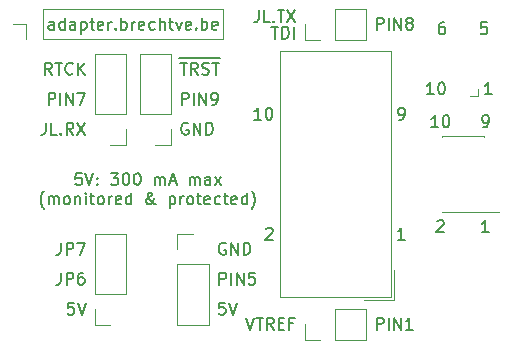
<source format=gto>
G04 #@! TF.GenerationSoftware,KiCad,Pcbnew,5.1.5-52549c5~84~ubuntu19.04.1*
G04 #@! TF.CreationDate,2019-12-10T10:59:35+01:00*
G04 #@! TF.ProjectId,jlink-tagConnect-adapter-v2,6a6c696e-6b2d-4746-9167-436f6e6e6563,rev?*
G04 #@! TF.SameCoordinates,Original*
G04 #@! TF.FileFunction,Legend,Top*
G04 #@! TF.FilePolarity,Positive*
%FSLAX46Y46*%
G04 Gerber Fmt 4.6, Leading zero omitted, Abs format (unit mm)*
G04 Created by KiCad (PCBNEW 5.1.5-52549c5~84~ubuntu19.04.1) date 2019-12-10 10:59:35*
%MOMM*%
%LPD*%
G04 APERTURE LIST*
%ADD10C,0.150000*%
%ADD11C,0.120000*%
G04 APERTURE END LIST*
D10*
X134524714Y-99893380D02*
X133953285Y-99893380D01*
X134239000Y-99893380D02*
X134239000Y-98893380D01*
X134143761Y-99036238D01*
X134048523Y-99131476D01*
X133953285Y-99179095D01*
X134096095Y-93813380D02*
X133619904Y-93813380D01*
X133572285Y-94289571D01*
X133619904Y-94241952D01*
X133715142Y-94194333D01*
X133953238Y-94194333D01*
X134048476Y-94241952D01*
X134096095Y-94289571D01*
X134143714Y-94384809D01*
X134143714Y-94622904D01*
X134096095Y-94718142D01*
X134048476Y-94765761D01*
X133953238Y-94813380D01*
X133715142Y-94813380D01*
X133619904Y-94765761D01*
X133572285Y-94718142D01*
X130492476Y-93813380D02*
X130302000Y-93813380D01*
X130206761Y-93861000D01*
X130159142Y-93908619D01*
X130063904Y-94051476D01*
X130016285Y-94241952D01*
X130016285Y-94622904D01*
X130063904Y-94718142D01*
X130111523Y-94765761D01*
X130206761Y-94813380D01*
X130397238Y-94813380D01*
X130492476Y-94765761D01*
X130540095Y-94718142D01*
X130587714Y-94622904D01*
X130587714Y-94384809D01*
X130540095Y-94289571D01*
X130492476Y-94241952D01*
X130397238Y-94194333D01*
X130206761Y-94194333D01*
X130111523Y-94241952D01*
X130063904Y-94289571D01*
X130016285Y-94384809D01*
X129603523Y-99893380D02*
X129032095Y-99893380D01*
X129317809Y-99893380D02*
X129317809Y-98893380D01*
X129222571Y-99036238D01*
X129127333Y-99131476D01*
X129032095Y-99179095D01*
X130222571Y-98893380D02*
X130317809Y-98893380D01*
X130413047Y-98941000D01*
X130460666Y-98988619D01*
X130508285Y-99083857D01*
X130555904Y-99274333D01*
X130555904Y-99512428D01*
X130508285Y-99702904D01*
X130460666Y-99798142D01*
X130413047Y-99845761D01*
X130317809Y-99893380D01*
X130222571Y-99893380D01*
X130127333Y-99845761D01*
X130079714Y-99798142D01*
X130032095Y-99702904D01*
X129984476Y-99512428D01*
X129984476Y-99274333D01*
X130032095Y-99083857D01*
X130079714Y-98988619D01*
X130127333Y-98941000D01*
X130222571Y-98893380D01*
X114998523Y-102052380D02*
X114427095Y-102052380D01*
X114712809Y-102052380D02*
X114712809Y-101052380D01*
X114617571Y-101195238D01*
X114522333Y-101290476D01*
X114427095Y-101338095D01*
X115617571Y-101052380D02*
X115712809Y-101052380D01*
X115808047Y-101100000D01*
X115855666Y-101147619D01*
X115903285Y-101242857D01*
X115950904Y-101433333D01*
X115950904Y-101671428D01*
X115903285Y-101861904D01*
X115855666Y-101957142D01*
X115808047Y-102004761D01*
X115712809Y-102052380D01*
X115617571Y-102052380D01*
X115522333Y-102004761D01*
X115474714Y-101957142D01*
X115427095Y-101861904D01*
X115379476Y-101671428D01*
X115379476Y-101433333D01*
X115427095Y-101242857D01*
X115474714Y-101147619D01*
X115522333Y-101100000D01*
X115617571Y-101052380D01*
X115411285Y-111307619D02*
X115458904Y-111260000D01*
X115554142Y-111212380D01*
X115792238Y-111212380D01*
X115887476Y-111260000D01*
X115935095Y-111307619D01*
X115982714Y-111402857D01*
X115982714Y-111498095D01*
X115935095Y-111640952D01*
X115363666Y-112212380D01*
X115982714Y-112212380D01*
X126682523Y-102052380D02*
X126873000Y-102052380D01*
X126968238Y-102004761D01*
X127015857Y-101957142D01*
X127111095Y-101814285D01*
X127158714Y-101623809D01*
X127158714Y-101242857D01*
X127111095Y-101147619D01*
X127063476Y-101100000D01*
X126968238Y-101052380D01*
X126777761Y-101052380D01*
X126682523Y-101100000D01*
X126634904Y-101147619D01*
X126587285Y-101242857D01*
X126587285Y-101480952D01*
X126634904Y-101576190D01*
X126682523Y-101623809D01*
X126777761Y-101671428D01*
X126968238Y-101671428D01*
X127063476Y-101623809D01*
X127111095Y-101576190D01*
X127158714Y-101480952D01*
X127158714Y-112212380D02*
X126587285Y-112212380D01*
X126873000Y-112212380D02*
X126873000Y-111212380D01*
X126777761Y-111355238D01*
X126682523Y-111450476D01*
X126587285Y-111498095D01*
D11*
X111760000Y-95250000D02*
X96520000Y-95250000D01*
X111760000Y-92710000D02*
X111760000Y-95250000D01*
X96520000Y-92710000D02*
X111760000Y-92710000D01*
X96520000Y-95250000D02*
X96520000Y-92710000D01*
D10*
X97449523Y-94432380D02*
X97449523Y-93908571D01*
X97401904Y-93813333D01*
X97306666Y-93765714D01*
X97116190Y-93765714D01*
X97020952Y-93813333D01*
X97449523Y-94384761D02*
X97354285Y-94432380D01*
X97116190Y-94432380D01*
X97020952Y-94384761D01*
X96973333Y-94289523D01*
X96973333Y-94194285D01*
X97020952Y-94099047D01*
X97116190Y-94051428D01*
X97354285Y-94051428D01*
X97449523Y-94003809D01*
X98354285Y-94432380D02*
X98354285Y-93432380D01*
X98354285Y-94384761D02*
X98259047Y-94432380D01*
X98068571Y-94432380D01*
X97973333Y-94384761D01*
X97925714Y-94337142D01*
X97878095Y-94241904D01*
X97878095Y-93956190D01*
X97925714Y-93860952D01*
X97973333Y-93813333D01*
X98068571Y-93765714D01*
X98259047Y-93765714D01*
X98354285Y-93813333D01*
X99259047Y-94432380D02*
X99259047Y-93908571D01*
X99211428Y-93813333D01*
X99116190Y-93765714D01*
X98925714Y-93765714D01*
X98830476Y-93813333D01*
X99259047Y-94384761D02*
X99163809Y-94432380D01*
X98925714Y-94432380D01*
X98830476Y-94384761D01*
X98782857Y-94289523D01*
X98782857Y-94194285D01*
X98830476Y-94099047D01*
X98925714Y-94051428D01*
X99163809Y-94051428D01*
X99259047Y-94003809D01*
X99735238Y-93765714D02*
X99735238Y-94765714D01*
X99735238Y-93813333D02*
X99830476Y-93765714D01*
X100020952Y-93765714D01*
X100116190Y-93813333D01*
X100163809Y-93860952D01*
X100211428Y-93956190D01*
X100211428Y-94241904D01*
X100163809Y-94337142D01*
X100116190Y-94384761D01*
X100020952Y-94432380D01*
X99830476Y-94432380D01*
X99735238Y-94384761D01*
X100497142Y-93765714D02*
X100878095Y-93765714D01*
X100639999Y-93432380D02*
X100639999Y-94289523D01*
X100687619Y-94384761D01*
X100782857Y-94432380D01*
X100878095Y-94432380D01*
X101592380Y-94384761D02*
X101497142Y-94432380D01*
X101306666Y-94432380D01*
X101211428Y-94384761D01*
X101163809Y-94289523D01*
X101163809Y-93908571D01*
X101211428Y-93813333D01*
X101306666Y-93765714D01*
X101497142Y-93765714D01*
X101592380Y-93813333D01*
X101639999Y-93908571D01*
X101639999Y-94003809D01*
X101163809Y-94099047D01*
X102068571Y-94432380D02*
X102068571Y-93765714D01*
X102068571Y-93956190D02*
X102116190Y-93860952D01*
X102163809Y-93813333D01*
X102259047Y-93765714D01*
X102354285Y-93765714D01*
X102687619Y-94337142D02*
X102735238Y-94384761D01*
X102687619Y-94432380D01*
X102639999Y-94384761D01*
X102687619Y-94337142D01*
X102687619Y-94432380D01*
X103163809Y-94432380D02*
X103163809Y-93432380D01*
X103163809Y-93813333D02*
X103259047Y-93765714D01*
X103449523Y-93765714D01*
X103544761Y-93813333D01*
X103592380Y-93860952D01*
X103639999Y-93956190D01*
X103639999Y-94241904D01*
X103592380Y-94337142D01*
X103544761Y-94384761D01*
X103449523Y-94432380D01*
X103259047Y-94432380D01*
X103163809Y-94384761D01*
X104068571Y-94432380D02*
X104068571Y-93765714D01*
X104068571Y-93956190D02*
X104116190Y-93860952D01*
X104163809Y-93813333D01*
X104259047Y-93765714D01*
X104354285Y-93765714D01*
X105068571Y-94384761D02*
X104973333Y-94432380D01*
X104782857Y-94432380D01*
X104687619Y-94384761D01*
X104639999Y-94289523D01*
X104639999Y-93908571D01*
X104687619Y-93813333D01*
X104782857Y-93765714D01*
X104973333Y-93765714D01*
X105068571Y-93813333D01*
X105116190Y-93908571D01*
X105116190Y-94003809D01*
X104639999Y-94099047D01*
X105973333Y-94384761D02*
X105878095Y-94432380D01*
X105687619Y-94432380D01*
X105592380Y-94384761D01*
X105544761Y-94337142D01*
X105497142Y-94241904D01*
X105497142Y-93956190D01*
X105544761Y-93860952D01*
X105592380Y-93813333D01*
X105687619Y-93765714D01*
X105878095Y-93765714D01*
X105973333Y-93813333D01*
X106401904Y-94432380D02*
X106401904Y-93432380D01*
X106830476Y-94432380D02*
X106830476Y-93908571D01*
X106782857Y-93813333D01*
X106687619Y-93765714D01*
X106544761Y-93765714D01*
X106449523Y-93813333D01*
X106401904Y-93860952D01*
X107163809Y-93765714D02*
X107544761Y-93765714D01*
X107306666Y-93432380D02*
X107306666Y-94289523D01*
X107354285Y-94384761D01*
X107449523Y-94432380D01*
X107544761Y-94432380D01*
X107782857Y-93765714D02*
X108020952Y-94432380D01*
X108259047Y-93765714D01*
X109020952Y-94384761D02*
X108925714Y-94432380D01*
X108735238Y-94432380D01*
X108639999Y-94384761D01*
X108592380Y-94289523D01*
X108592380Y-93908571D01*
X108639999Y-93813333D01*
X108735238Y-93765714D01*
X108925714Y-93765714D01*
X109020952Y-93813333D01*
X109068571Y-93908571D01*
X109068571Y-94003809D01*
X108592380Y-94099047D01*
X109497142Y-94337142D02*
X109544761Y-94384761D01*
X109497142Y-94432380D01*
X109449523Y-94384761D01*
X109497142Y-94337142D01*
X109497142Y-94432380D01*
X109973333Y-94432380D02*
X109973333Y-93432380D01*
X109973333Y-93813333D02*
X110068571Y-93765714D01*
X110259047Y-93765714D01*
X110354285Y-93813333D01*
X110401904Y-93860952D01*
X110449523Y-93956190D01*
X110449523Y-94241904D01*
X110401904Y-94337142D01*
X110354285Y-94384761D01*
X110259047Y-94432380D01*
X110068571Y-94432380D01*
X109973333Y-94384761D01*
X111259047Y-94384761D02*
X111163809Y-94432380D01*
X110973333Y-94432380D01*
X110878095Y-94384761D01*
X110830476Y-94289523D01*
X110830476Y-93908571D01*
X110878095Y-93813333D01*
X110973333Y-93765714D01*
X111163809Y-93765714D01*
X111259047Y-93813333D01*
X111306666Y-93908571D01*
X111306666Y-94003809D01*
X110830476Y-94099047D01*
X113726785Y-118832380D02*
X114060119Y-119832380D01*
X114393452Y-118832380D01*
X114583928Y-118832380D02*
X115155357Y-118832380D01*
X114869642Y-119832380D02*
X114869642Y-118832380D01*
X116060119Y-119832380D02*
X115726785Y-119356190D01*
X115488690Y-119832380D02*
X115488690Y-118832380D01*
X115869642Y-118832380D01*
X115964880Y-118880000D01*
X116012500Y-118927619D01*
X116060119Y-119022857D01*
X116060119Y-119165714D01*
X116012500Y-119260952D01*
X115964880Y-119308571D01*
X115869642Y-119356190D01*
X115488690Y-119356190D01*
X116488690Y-119308571D02*
X116822023Y-119308571D01*
X116964880Y-119832380D02*
X116488690Y-119832380D01*
X116488690Y-118832380D01*
X116964880Y-118832380D01*
X117726785Y-119308571D02*
X117393452Y-119308571D01*
X117393452Y-119832380D02*
X117393452Y-118832380D01*
X117869642Y-118832380D01*
X99790952Y-106577380D02*
X99314761Y-106577380D01*
X99267142Y-107053571D01*
X99314761Y-107005952D01*
X99410000Y-106958333D01*
X99648095Y-106958333D01*
X99743333Y-107005952D01*
X99790952Y-107053571D01*
X99838571Y-107148809D01*
X99838571Y-107386904D01*
X99790952Y-107482142D01*
X99743333Y-107529761D01*
X99648095Y-107577380D01*
X99410000Y-107577380D01*
X99314761Y-107529761D01*
X99267142Y-107482142D01*
X100124285Y-106577380D02*
X100457619Y-107577380D01*
X100790952Y-106577380D01*
X101124285Y-107482142D02*
X101171904Y-107529761D01*
X101124285Y-107577380D01*
X101076666Y-107529761D01*
X101124285Y-107482142D01*
X101124285Y-107577380D01*
X101124285Y-106958333D02*
X101171904Y-107005952D01*
X101124285Y-107053571D01*
X101076666Y-107005952D01*
X101124285Y-106958333D01*
X101124285Y-107053571D01*
X102267142Y-106577380D02*
X102886190Y-106577380D01*
X102552857Y-106958333D01*
X102695714Y-106958333D01*
X102790952Y-107005952D01*
X102838571Y-107053571D01*
X102886190Y-107148809D01*
X102886190Y-107386904D01*
X102838571Y-107482142D01*
X102790952Y-107529761D01*
X102695714Y-107577380D01*
X102410000Y-107577380D01*
X102314761Y-107529761D01*
X102267142Y-107482142D01*
X103505238Y-106577380D02*
X103600476Y-106577380D01*
X103695714Y-106625000D01*
X103743333Y-106672619D01*
X103790952Y-106767857D01*
X103838571Y-106958333D01*
X103838571Y-107196428D01*
X103790952Y-107386904D01*
X103743333Y-107482142D01*
X103695714Y-107529761D01*
X103600476Y-107577380D01*
X103505238Y-107577380D01*
X103410000Y-107529761D01*
X103362380Y-107482142D01*
X103314761Y-107386904D01*
X103267142Y-107196428D01*
X103267142Y-106958333D01*
X103314761Y-106767857D01*
X103362380Y-106672619D01*
X103410000Y-106625000D01*
X103505238Y-106577380D01*
X104457619Y-106577380D02*
X104552857Y-106577380D01*
X104648095Y-106625000D01*
X104695714Y-106672619D01*
X104743333Y-106767857D01*
X104790952Y-106958333D01*
X104790952Y-107196428D01*
X104743333Y-107386904D01*
X104695714Y-107482142D01*
X104648095Y-107529761D01*
X104552857Y-107577380D01*
X104457619Y-107577380D01*
X104362380Y-107529761D01*
X104314761Y-107482142D01*
X104267142Y-107386904D01*
X104219523Y-107196428D01*
X104219523Y-106958333D01*
X104267142Y-106767857D01*
X104314761Y-106672619D01*
X104362380Y-106625000D01*
X104457619Y-106577380D01*
X105981428Y-107577380D02*
X105981428Y-106910714D01*
X105981428Y-107005952D02*
X106029047Y-106958333D01*
X106124285Y-106910714D01*
X106267142Y-106910714D01*
X106362380Y-106958333D01*
X106410000Y-107053571D01*
X106410000Y-107577380D01*
X106410000Y-107053571D02*
X106457619Y-106958333D01*
X106552857Y-106910714D01*
X106695714Y-106910714D01*
X106790952Y-106958333D01*
X106838571Y-107053571D01*
X106838571Y-107577380D01*
X107267142Y-107291666D02*
X107743333Y-107291666D01*
X107171904Y-107577380D02*
X107505238Y-106577380D01*
X107838571Y-107577380D01*
X108933809Y-107577380D02*
X108933809Y-106910714D01*
X108933809Y-107005952D02*
X108981428Y-106958333D01*
X109076666Y-106910714D01*
X109219523Y-106910714D01*
X109314761Y-106958333D01*
X109362380Y-107053571D01*
X109362380Y-107577380D01*
X109362380Y-107053571D02*
X109410000Y-106958333D01*
X109505238Y-106910714D01*
X109648095Y-106910714D01*
X109743333Y-106958333D01*
X109790952Y-107053571D01*
X109790952Y-107577380D01*
X110695714Y-107577380D02*
X110695714Y-107053571D01*
X110648095Y-106958333D01*
X110552857Y-106910714D01*
X110362380Y-106910714D01*
X110267142Y-106958333D01*
X110695714Y-107529761D02*
X110600476Y-107577380D01*
X110362380Y-107577380D01*
X110267142Y-107529761D01*
X110219523Y-107434523D01*
X110219523Y-107339285D01*
X110267142Y-107244047D01*
X110362380Y-107196428D01*
X110600476Y-107196428D01*
X110695714Y-107148809D01*
X111076666Y-107577380D02*
X111600476Y-106910714D01*
X111076666Y-106910714D02*
X111600476Y-107577380D01*
X96624285Y-109608333D02*
X96576666Y-109560714D01*
X96481428Y-109417857D01*
X96433809Y-109322619D01*
X96386190Y-109179761D01*
X96338571Y-108941666D01*
X96338571Y-108751190D01*
X96386190Y-108513095D01*
X96433809Y-108370238D01*
X96481428Y-108275000D01*
X96576666Y-108132142D01*
X96624285Y-108084523D01*
X97005238Y-109227380D02*
X97005238Y-108560714D01*
X97005238Y-108655952D02*
X97052857Y-108608333D01*
X97148095Y-108560714D01*
X97290952Y-108560714D01*
X97386190Y-108608333D01*
X97433809Y-108703571D01*
X97433809Y-109227380D01*
X97433809Y-108703571D02*
X97481428Y-108608333D01*
X97576666Y-108560714D01*
X97719523Y-108560714D01*
X97814761Y-108608333D01*
X97862380Y-108703571D01*
X97862380Y-109227380D01*
X98481428Y-109227380D02*
X98386190Y-109179761D01*
X98338571Y-109132142D01*
X98290952Y-109036904D01*
X98290952Y-108751190D01*
X98338571Y-108655952D01*
X98386190Y-108608333D01*
X98481428Y-108560714D01*
X98624285Y-108560714D01*
X98719523Y-108608333D01*
X98767142Y-108655952D01*
X98814761Y-108751190D01*
X98814761Y-109036904D01*
X98767142Y-109132142D01*
X98719523Y-109179761D01*
X98624285Y-109227380D01*
X98481428Y-109227380D01*
X99243333Y-108560714D02*
X99243333Y-109227380D01*
X99243333Y-108655952D02*
X99290952Y-108608333D01*
X99386190Y-108560714D01*
X99529047Y-108560714D01*
X99624285Y-108608333D01*
X99671904Y-108703571D01*
X99671904Y-109227380D01*
X100148095Y-109227380D02*
X100148095Y-108560714D01*
X100148095Y-108227380D02*
X100100476Y-108275000D01*
X100148095Y-108322619D01*
X100195714Y-108275000D01*
X100148095Y-108227380D01*
X100148095Y-108322619D01*
X100481428Y-108560714D02*
X100862380Y-108560714D01*
X100624285Y-108227380D02*
X100624285Y-109084523D01*
X100671904Y-109179761D01*
X100767142Y-109227380D01*
X100862380Y-109227380D01*
X101338571Y-109227380D02*
X101243333Y-109179761D01*
X101195714Y-109132142D01*
X101148095Y-109036904D01*
X101148095Y-108751190D01*
X101195714Y-108655952D01*
X101243333Y-108608333D01*
X101338571Y-108560714D01*
X101481428Y-108560714D01*
X101576666Y-108608333D01*
X101624285Y-108655952D01*
X101671904Y-108751190D01*
X101671904Y-109036904D01*
X101624285Y-109132142D01*
X101576666Y-109179761D01*
X101481428Y-109227380D01*
X101338571Y-109227380D01*
X102100476Y-109227380D02*
X102100476Y-108560714D01*
X102100476Y-108751190D02*
X102148095Y-108655952D01*
X102195714Y-108608333D01*
X102290952Y-108560714D01*
X102386190Y-108560714D01*
X103100476Y-109179761D02*
X103005238Y-109227380D01*
X102814761Y-109227380D01*
X102719523Y-109179761D01*
X102671904Y-109084523D01*
X102671904Y-108703571D01*
X102719523Y-108608333D01*
X102814761Y-108560714D01*
X103005238Y-108560714D01*
X103100476Y-108608333D01*
X103148095Y-108703571D01*
X103148095Y-108798809D01*
X102671904Y-108894047D01*
X104005238Y-109227380D02*
X104005238Y-108227380D01*
X104005238Y-109179761D02*
X103910000Y-109227380D01*
X103719523Y-109227380D01*
X103624285Y-109179761D01*
X103576666Y-109132142D01*
X103529047Y-109036904D01*
X103529047Y-108751190D01*
X103576666Y-108655952D01*
X103624285Y-108608333D01*
X103719523Y-108560714D01*
X103910000Y-108560714D01*
X104005238Y-108608333D01*
X106052857Y-109227380D02*
X106005238Y-109227380D01*
X105910000Y-109179761D01*
X105767142Y-109036904D01*
X105529047Y-108751190D01*
X105433809Y-108608333D01*
X105386190Y-108465476D01*
X105386190Y-108370238D01*
X105433809Y-108275000D01*
X105529047Y-108227380D01*
X105576666Y-108227380D01*
X105671904Y-108275000D01*
X105719523Y-108370238D01*
X105719523Y-108417857D01*
X105671904Y-108513095D01*
X105624285Y-108560714D01*
X105338571Y-108751190D01*
X105290952Y-108798809D01*
X105243333Y-108894047D01*
X105243333Y-109036904D01*
X105290952Y-109132142D01*
X105338571Y-109179761D01*
X105433809Y-109227380D01*
X105576666Y-109227380D01*
X105671904Y-109179761D01*
X105719523Y-109132142D01*
X105862380Y-108941666D01*
X105910000Y-108798809D01*
X105910000Y-108703571D01*
X107243333Y-108560714D02*
X107243333Y-109560714D01*
X107243333Y-108608333D02*
X107338571Y-108560714D01*
X107529047Y-108560714D01*
X107624285Y-108608333D01*
X107671904Y-108655952D01*
X107719523Y-108751190D01*
X107719523Y-109036904D01*
X107671904Y-109132142D01*
X107624285Y-109179761D01*
X107529047Y-109227380D01*
X107338571Y-109227380D01*
X107243333Y-109179761D01*
X108148095Y-109227380D02*
X108148095Y-108560714D01*
X108148095Y-108751190D02*
X108195714Y-108655952D01*
X108243333Y-108608333D01*
X108338571Y-108560714D01*
X108433809Y-108560714D01*
X108910000Y-109227380D02*
X108814761Y-109179761D01*
X108767142Y-109132142D01*
X108719523Y-109036904D01*
X108719523Y-108751190D01*
X108767142Y-108655952D01*
X108814761Y-108608333D01*
X108910000Y-108560714D01*
X109052857Y-108560714D01*
X109148095Y-108608333D01*
X109195714Y-108655952D01*
X109243333Y-108751190D01*
X109243333Y-109036904D01*
X109195714Y-109132142D01*
X109148095Y-109179761D01*
X109052857Y-109227380D01*
X108910000Y-109227380D01*
X109529047Y-108560714D02*
X109910000Y-108560714D01*
X109671904Y-108227380D02*
X109671904Y-109084523D01*
X109719523Y-109179761D01*
X109814761Y-109227380D01*
X109910000Y-109227380D01*
X110624285Y-109179761D02*
X110529047Y-109227380D01*
X110338571Y-109227380D01*
X110243333Y-109179761D01*
X110195714Y-109084523D01*
X110195714Y-108703571D01*
X110243333Y-108608333D01*
X110338571Y-108560714D01*
X110529047Y-108560714D01*
X110624285Y-108608333D01*
X110671904Y-108703571D01*
X110671904Y-108798809D01*
X110195714Y-108894047D01*
X111529047Y-109179761D02*
X111433809Y-109227380D01*
X111243333Y-109227380D01*
X111148095Y-109179761D01*
X111100476Y-109132142D01*
X111052857Y-109036904D01*
X111052857Y-108751190D01*
X111100476Y-108655952D01*
X111148095Y-108608333D01*
X111243333Y-108560714D01*
X111433809Y-108560714D01*
X111529047Y-108608333D01*
X111814761Y-108560714D02*
X112195714Y-108560714D01*
X111957619Y-108227380D02*
X111957619Y-109084523D01*
X112005238Y-109179761D01*
X112100476Y-109227380D01*
X112195714Y-109227380D01*
X112910000Y-109179761D02*
X112814761Y-109227380D01*
X112624285Y-109227380D01*
X112529047Y-109179761D01*
X112481428Y-109084523D01*
X112481428Y-108703571D01*
X112529047Y-108608333D01*
X112624285Y-108560714D01*
X112814761Y-108560714D01*
X112910000Y-108608333D01*
X112957619Y-108703571D01*
X112957619Y-108798809D01*
X112481428Y-108894047D01*
X113814761Y-109227380D02*
X113814761Y-108227380D01*
X113814761Y-109179761D02*
X113719523Y-109227380D01*
X113529047Y-109227380D01*
X113433809Y-109179761D01*
X113386190Y-109132142D01*
X113338571Y-109036904D01*
X113338571Y-108751190D01*
X113386190Y-108655952D01*
X113433809Y-108608333D01*
X113529047Y-108560714D01*
X113719523Y-108560714D01*
X113814761Y-108608333D01*
X114195714Y-109608333D02*
X114243333Y-109560714D01*
X114338571Y-109417857D01*
X114386190Y-109322619D01*
X114433809Y-109179761D01*
X114481428Y-108941666D01*
X114481428Y-108751190D01*
X114433809Y-108513095D01*
X114386190Y-108370238D01*
X114338571Y-108275000D01*
X114243333Y-108132142D01*
X114195714Y-108084523D01*
X98042023Y-112482380D02*
X98042023Y-113196666D01*
X97994404Y-113339523D01*
X97899166Y-113434761D01*
X97756309Y-113482380D01*
X97661071Y-113482380D01*
X98518214Y-113482380D02*
X98518214Y-112482380D01*
X98899166Y-112482380D01*
X98994404Y-112530000D01*
X99042023Y-112577619D01*
X99089642Y-112672857D01*
X99089642Y-112815714D01*
X99042023Y-112910952D01*
X98994404Y-112958571D01*
X98899166Y-113006190D01*
X98518214Y-113006190D01*
X99422976Y-112482380D02*
X100089642Y-112482380D01*
X99661071Y-113482380D01*
X98042023Y-115022380D02*
X98042023Y-115736666D01*
X97994404Y-115879523D01*
X97899166Y-115974761D01*
X97756309Y-116022380D01*
X97661071Y-116022380D01*
X98518214Y-116022380D02*
X98518214Y-115022380D01*
X98899166Y-115022380D01*
X98994404Y-115070000D01*
X99042023Y-115117619D01*
X99089642Y-115212857D01*
X99089642Y-115355714D01*
X99042023Y-115450952D01*
X98994404Y-115498571D01*
X98899166Y-115546190D01*
X98518214Y-115546190D01*
X99946785Y-115022380D02*
X99756309Y-115022380D01*
X99661071Y-115070000D01*
X99613452Y-115117619D01*
X99518214Y-115260476D01*
X99470595Y-115450952D01*
X99470595Y-115831904D01*
X99518214Y-115927142D01*
X99565833Y-115974761D01*
X99661071Y-116022380D01*
X99851547Y-116022380D01*
X99946785Y-115974761D01*
X99994404Y-115927142D01*
X100042023Y-115831904D01*
X100042023Y-115593809D01*
X99994404Y-115498571D01*
X99946785Y-115450952D01*
X99851547Y-115403333D01*
X99661071Y-115403333D01*
X99565833Y-115450952D01*
X99518214Y-115498571D01*
X99470595Y-115593809D01*
X129984523Y-102687380D02*
X129413095Y-102687380D01*
X129698809Y-102687380D02*
X129698809Y-101687380D01*
X129603571Y-101830238D01*
X129508333Y-101925476D01*
X129413095Y-101973095D01*
X130603571Y-101687380D02*
X130698809Y-101687380D01*
X130794047Y-101735000D01*
X130841666Y-101782619D01*
X130889285Y-101877857D01*
X130936904Y-102068333D01*
X130936904Y-102306428D01*
X130889285Y-102496904D01*
X130841666Y-102592142D01*
X130794047Y-102639761D01*
X130698809Y-102687380D01*
X130603571Y-102687380D01*
X130508333Y-102639761D01*
X130460714Y-102592142D01*
X130413095Y-102496904D01*
X130365476Y-102306428D01*
X130365476Y-102068333D01*
X130413095Y-101877857D01*
X130460714Y-101782619D01*
X130508333Y-101735000D01*
X130603571Y-101687380D01*
X133794523Y-102687380D02*
X133985000Y-102687380D01*
X134080238Y-102639761D01*
X134127857Y-102592142D01*
X134223095Y-102449285D01*
X134270714Y-102258809D01*
X134270714Y-101877857D01*
X134223095Y-101782619D01*
X134175476Y-101735000D01*
X134080238Y-101687380D01*
X133889761Y-101687380D01*
X133794523Y-101735000D01*
X133746904Y-101782619D01*
X133699285Y-101877857D01*
X133699285Y-102115952D01*
X133746904Y-102211190D01*
X133794523Y-102258809D01*
X133889761Y-102306428D01*
X134080238Y-102306428D01*
X134175476Y-102258809D01*
X134223095Y-102211190D01*
X134270714Y-102115952D01*
X129889285Y-110672619D02*
X129936904Y-110625000D01*
X130032142Y-110577380D01*
X130270238Y-110577380D01*
X130365476Y-110625000D01*
X130413095Y-110672619D01*
X130460714Y-110767857D01*
X130460714Y-110863095D01*
X130413095Y-111005952D01*
X129841666Y-111577380D01*
X130460714Y-111577380D01*
X134270714Y-111577380D02*
X133699285Y-111577380D01*
X133985000Y-111577380D02*
X133985000Y-110577380D01*
X133889761Y-110720238D01*
X133794523Y-110815476D01*
X133699285Y-110863095D01*
X124795595Y-119832380D02*
X124795595Y-118832380D01*
X125176547Y-118832380D01*
X125271785Y-118880000D01*
X125319404Y-118927619D01*
X125367023Y-119022857D01*
X125367023Y-119165714D01*
X125319404Y-119260952D01*
X125271785Y-119308571D01*
X125176547Y-119356190D01*
X124795595Y-119356190D01*
X125795595Y-119832380D02*
X125795595Y-118832380D01*
X126271785Y-119832380D02*
X126271785Y-118832380D01*
X126843214Y-119832380D01*
X126843214Y-118832380D01*
X127843214Y-119832380D02*
X127271785Y-119832380D01*
X127557500Y-119832380D02*
X127557500Y-118832380D01*
X127462261Y-118975238D01*
X127367023Y-119070476D01*
X127271785Y-119118095D01*
X115869642Y-94194380D02*
X116441071Y-94194380D01*
X116155357Y-95194380D02*
X116155357Y-94194380D01*
X116774404Y-95194380D02*
X116774404Y-94194380D01*
X117012500Y-94194380D01*
X117155357Y-94242000D01*
X117250595Y-94337238D01*
X117298214Y-94432476D01*
X117345833Y-94622952D01*
X117345833Y-94765809D01*
X117298214Y-94956285D01*
X117250595Y-95051523D01*
X117155357Y-95146761D01*
X117012500Y-95194380D01*
X116774404Y-95194380D01*
X117774404Y-95194380D02*
X117774404Y-94194380D01*
X114774404Y-92797380D02*
X114774404Y-93511666D01*
X114726785Y-93654523D01*
X114631547Y-93749761D01*
X114488690Y-93797380D01*
X114393452Y-93797380D01*
X115726785Y-93797380D02*
X115250595Y-93797380D01*
X115250595Y-92797380D01*
X116060119Y-93702142D02*
X116107738Y-93749761D01*
X116060119Y-93797380D01*
X116012500Y-93749761D01*
X116060119Y-93702142D01*
X116060119Y-93797380D01*
X116393452Y-92797380D02*
X116964880Y-92797380D01*
X116679166Y-93797380D02*
X116679166Y-92797380D01*
X117202976Y-92797380D02*
X117869642Y-93797380D01*
X117869642Y-92797380D02*
X117202976Y-93797380D01*
X124795595Y-94432380D02*
X124795595Y-93432380D01*
X125176547Y-93432380D01*
X125271785Y-93480000D01*
X125319404Y-93527619D01*
X125367023Y-93622857D01*
X125367023Y-93765714D01*
X125319404Y-93860952D01*
X125271785Y-93908571D01*
X125176547Y-93956190D01*
X124795595Y-93956190D01*
X125795595Y-94432380D02*
X125795595Y-93432380D01*
X126271785Y-94432380D02*
X126271785Y-93432380D01*
X126843214Y-94432380D01*
X126843214Y-93432380D01*
X127462261Y-93860952D02*
X127367023Y-93813333D01*
X127319404Y-93765714D01*
X127271785Y-93670476D01*
X127271785Y-93622857D01*
X127319404Y-93527619D01*
X127367023Y-93480000D01*
X127462261Y-93432380D01*
X127652738Y-93432380D01*
X127747976Y-93480000D01*
X127795595Y-93527619D01*
X127843214Y-93622857D01*
X127843214Y-93670476D01*
X127795595Y-93765714D01*
X127747976Y-93813333D01*
X127652738Y-93860952D01*
X127462261Y-93860952D01*
X127367023Y-93908571D01*
X127319404Y-93956190D01*
X127271785Y-94051428D01*
X127271785Y-94241904D01*
X127319404Y-94337142D01*
X127367023Y-94384761D01*
X127462261Y-94432380D01*
X127652738Y-94432380D01*
X127747976Y-94384761D01*
X127795595Y-94337142D01*
X127843214Y-94241904D01*
X127843214Y-94051428D01*
X127795595Y-93956190D01*
X127747976Y-93908571D01*
X127652738Y-93860952D01*
X111984404Y-112530000D02*
X111889166Y-112482380D01*
X111746309Y-112482380D01*
X111603452Y-112530000D01*
X111508214Y-112625238D01*
X111460595Y-112720476D01*
X111412976Y-112910952D01*
X111412976Y-113053809D01*
X111460595Y-113244285D01*
X111508214Y-113339523D01*
X111603452Y-113434761D01*
X111746309Y-113482380D01*
X111841547Y-113482380D01*
X111984404Y-113434761D01*
X112032023Y-113387142D01*
X112032023Y-113053809D01*
X111841547Y-113053809D01*
X112460595Y-113482380D02*
X112460595Y-112482380D01*
X113032023Y-113482380D01*
X113032023Y-112482380D01*
X113508214Y-113482380D02*
X113508214Y-112482380D01*
X113746309Y-112482380D01*
X113889166Y-112530000D01*
X113984404Y-112625238D01*
X114032023Y-112720476D01*
X114079642Y-112910952D01*
X114079642Y-113053809D01*
X114032023Y-113244285D01*
X113984404Y-113339523D01*
X113889166Y-113434761D01*
X113746309Y-113482380D01*
X113508214Y-113482380D01*
X111936785Y-117562380D02*
X111460595Y-117562380D01*
X111412976Y-118038571D01*
X111460595Y-117990952D01*
X111555833Y-117943333D01*
X111793928Y-117943333D01*
X111889166Y-117990952D01*
X111936785Y-118038571D01*
X111984404Y-118133809D01*
X111984404Y-118371904D01*
X111936785Y-118467142D01*
X111889166Y-118514761D01*
X111793928Y-118562380D01*
X111555833Y-118562380D01*
X111460595Y-118514761D01*
X111412976Y-118467142D01*
X112270119Y-117562380D02*
X112603452Y-118562380D01*
X112936785Y-117562380D01*
X111460595Y-116022380D02*
X111460595Y-115022380D01*
X111841547Y-115022380D01*
X111936785Y-115070000D01*
X111984404Y-115117619D01*
X112032023Y-115212857D01*
X112032023Y-115355714D01*
X111984404Y-115450952D01*
X111936785Y-115498571D01*
X111841547Y-115546190D01*
X111460595Y-115546190D01*
X112460595Y-116022380D02*
X112460595Y-115022380D01*
X112936785Y-116022380D02*
X112936785Y-115022380D01*
X113508214Y-116022380D01*
X113508214Y-115022380D01*
X114460595Y-115022380D02*
X113984404Y-115022380D01*
X113936785Y-115498571D01*
X113984404Y-115450952D01*
X114079642Y-115403333D01*
X114317738Y-115403333D01*
X114412976Y-115450952D01*
X114460595Y-115498571D01*
X114508214Y-115593809D01*
X114508214Y-115831904D01*
X114460595Y-115927142D01*
X114412976Y-115974761D01*
X114317738Y-116022380D01*
X114079642Y-116022380D01*
X113984404Y-115974761D01*
X113936785Y-115927142D01*
X99137261Y-117562380D02*
X98661071Y-117562380D01*
X98613452Y-118038571D01*
X98661071Y-117990952D01*
X98756309Y-117943333D01*
X98994404Y-117943333D01*
X99089642Y-117990952D01*
X99137261Y-118038571D01*
X99184880Y-118133809D01*
X99184880Y-118371904D01*
X99137261Y-118467142D01*
X99089642Y-118514761D01*
X98994404Y-118562380D01*
X98756309Y-118562380D01*
X98661071Y-118514761D01*
X98613452Y-118467142D01*
X99470595Y-117562380D02*
X99803928Y-118562380D01*
X100137261Y-117562380D01*
X108809404Y-102370000D02*
X108714166Y-102322380D01*
X108571309Y-102322380D01*
X108428452Y-102370000D01*
X108333214Y-102465238D01*
X108285595Y-102560476D01*
X108237976Y-102750952D01*
X108237976Y-102893809D01*
X108285595Y-103084285D01*
X108333214Y-103179523D01*
X108428452Y-103274761D01*
X108571309Y-103322380D01*
X108666547Y-103322380D01*
X108809404Y-103274761D01*
X108857023Y-103227142D01*
X108857023Y-102893809D01*
X108666547Y-102893809D01*
X109285595Y-103322380D02*
X109285595Y-102322380D01*
X109857023Y-103322380D01*
X109857023Y-102322380D01*
X110333214Y-103322380D02*
X110333214Y-102322380D01*
X110571309Y-102322380D01*
X110714166Y-102370000D01*
X110809404Y-102465238D01*
X110857023Y-102560476D01*
X110904642Y-102750952D01*
X110904642Y-102893809D01*
X110857023Y-103084285D01*
X110809404Y-103179523D01*
X110714166Y-103274761D01*
X110571309Y-103322380D01*
X110333214Y-103322380D01*
X108285595Y-100782380D02*
X108285595Y-99782380D01*
X108666547Y-99782380D01*
X108761785Y-99830000D01*
X108809404Y-99877619D01*
X108857023Y-99972857D01*
X108857023Y-100115714D01*
X108809404Y-100210952D01*
X108761785Y-100258571D01*
X108666547Y-100306190D01*
X108285595Y-100306190D01*
X109285595Y-100782380D02*
X109285595Y-99782380D01*
X109761785Y-100782380D02*
X109761785Y-99782380D01*
X110333214Y-100782380D01*
X110333214Y-99782380D01*
X110857023Y-100782380D02*
X111047500Y-100782380D01*
X111142738Y-100734761D01*
X111190357Y-100687142D01*
X111285595Y-100544285D01*
X111333214Y-100353809D01*
X111333214Y-99972857D01*
X111285595Y-99877619D01*
X111237976Y-99830000D01*
X111142738Y-99782380D01*
X110952261Y-99782380D01*
X110857023Y-99830000D01*
X110809404Y-99877619D01*
X110761785Y-99972857D01*
X110761785Y-100210952D01*
X110809404Y-100306190D01*
X110857023Y-100353809D01*
X110952261Y-100401428D01*
X111142738Y-100401428D01*
X111237976Y-100353809D01*
X111285595Y-100306190D01*
X111333214Y-100210952D01*
X108047500Y-96875000D02*
X108809404Y-96875000D01*
X108142738Y-97242380D02*
X108714166Y-97242380D01*
X108428452Y-98242380D02*
X108428452Y-97242380D01*
X108809404Y-96875000D02*
X109809404Y-96875000D01*
X109618928Y-98242380D02*
X109285595Y-97766190D01*
X109047500Y-98242380D02*
X109047500Y-97242380D01*
X109428452Y-97242380D01*
X109523690Y-97290000D01*
X109571309Y-97337619D01*
X109618928Y-97432857D01*
X109618928Y-97575714D01*
X109571309Y-97670952D01*
X109523690Y-97718571D01*
X109428452Y-97766190D01*
X109047500Y-97766190D01*
X109809404Y-96875000D02*
X110761785Y-96875000D01*
X109999880Y-98194761D02*
X110142738Y-98242380D01*
X110380833Y-98242380D01*
X110476071Y-98194761D01*
X110523690Y-98147142D01*
X110571309Y-98051904D01*
X110571309Y-97956666D01*
X110523690Y-97861428D01*
X110476071Y-97813809D01*
X110380833Y-97766190D01*
X110190357Y-97718571D01*
X110095119Y-97670952D01*
X110047500Y-97623333D01*
X109999880Y-97528095D01*
X109999880Y-97432857D01*
X110047500Y-97337619D01*
X110095119Y-97290000D01*
X110190357Y-97242380D01*
X110428452Y-97242380D01*
X110571309Y-97290000D01*
X110761785Y-96875000D02*
X111523690Y-96875000D01*
X110857023Y-97242380D02*
X111428452Y-97242380D01*
X111142738Y-98242380D02*
X111142738Y-97242380D01*
X96756309Y-102322380D02*
X96756309Y-103036666D01*
X96708690Y-103179523D01*
X96613452Y-103274761D01*
X96470595Y-103322380D01*
X96375357Y-103322380D01*
X97708690Y-103322380D02*
X97232500Y-103322380D01*
X97232500Y-102322380D01*
X98042023Y-103227142D02*
X98089642Y-103274761D01*
X98042023Y-103322380D01*
X97994404Y-103274761D01*
X98042023Y-103227142D01*
X98042023Y-103322380D01*
X99089642Y-103322380D02*
X98756309Y-102846190D01*
X98518214Y-103322380D02*
X98518214Y-102322380D01*
X98899166Y-102322380D01*
X98994404Y-102370000D01*
X99042023Y-102417619D01*
X99089642Y-102512857D01*
X99089642Y-102655714D01*
X99042023Y-102750952D01*
X98994404Y-102798571D01*
X98899166Y-102846190D01*
X98518214Y-102846190D01*
X99422976Y-102322380D02*
X100089642Y-103322380D01*
X100089642Y-102322380D02*
X99422976Y-103322380D01*
X96994404Y-100782380D02*
X96994404Y-99782380D01*
X97375357Y-99782380D01*
X97470595Y-99830000D01*
X97518214Y-99877619D01*
X97565833Y-99972857D01*
X97565833Y-100115714D01*
X97518214Y-100210952D01*
X97470595Y-100258571D01*
X97375357Y-100306190D01*
X96994404Y-100306190D01*
X97994404Y-100782380D02*
X97994404Y-99782380D01*
X98470595Y-100782380D02*
X98470595Y-99782380D01*
X99042023Y-100782380D01*
X99042023Y-99782380D01*
X99422976Y-99782380D02*
X100089642Y-99782380D01*
X99661071Y-100782380D01*
X97280119Y-98242380D02*
X96946785Y-97766190D01*
X96708690Y-98242380D02*
X96708690Y-97242380D01*
X97089642Y-97242380D01*
X97184880Y-97290000D01*
X97232500Y-97337619D01*
X97280119Y-97432857D01*
X97280119Y-97575714D01*
X97232500Y-97670952D01*
X97184880Y-97718571D01*
X97089642Y-97766190D01*
X96708690Y-97766190D01*
X97565833Y-97242380D02*
X98137261Y-97242380D01*
X97851547Y-98242380D02*
X97851547Y-97242380D01*
X99042023Y-98147142D02*
X98994404Y-98194761D01*
X98851547Y-98242380D01*
X98756309Y-98242380D01*
X98613452Y-98194761D01*
X98518214Y-98099523D01*
X98470595Y-98004285D01*
X98422976Y-97813809D01*
X98422976Y-97670952D01*
X98470595Y-97480476D01*
X98518214Y-97385238D01*
X98613452Y-97290000D01*
X98756309Y-97242380D01*
X98851547Y-97242380D01*
X98994404Y-97290000D01*
X99042023Y-97337619D01*
X99470595Y-98242380D02*
X99470595Y-97242380D01*
X100042023Y-98242380D02*
X99613452Y-97670952D01*
X100042023Y-97242380D02*
X99470595Y-97813809D01*
D11*
X133350000Y-99441000D02*
X133350000Y-100076000D01*
X133350000Y-100076000D02*
X132715000Y-100076000D01*
X126210000Y-117360000D02*
X123670000Y-117360000D01*
X126210000Y-117360000D02*
X126210000Y-114820000D01*
X125960000Y-117110000D02*
X116610000Y-117110000D01*
X125960000Y-96250000D02*
X125960000Y-117110000D01*
X116610000Y-96250000D02*
X125960000Y-96250000D01*
X116610000Y-117110000D02*
X116610000Y-96250000D01*
X93980000Y-93920000D02*
X95090000Y-93920000D01*
X95090000Y-93920000D02*
X95090000Y-95250000D01*
X102235000Y-119440000D02*
X100905000Y-119440000D01*
X100905000Y-119440000D02*
X100905000Y-118110000D01*
X100905000Y-116840000D02*
X100905000Y-111700000D01*
X103565000Y-111700000D02*
X100905000Y-111700000D01*
X103565000Y-116840000D02*
X103565000Y-111700000D01*
X103565000Y-116840000D02*
X100905000Y-116840000D01*
X118685000Y-120710000D02*
X118685000Y-119380000D01*
X120015000Y-120710000D02*
X118685000Y-120710000D01*
X121285000Y-120710000D02*
X121285000Y-118050000D01*
X121285000Y-118050000D02*
X123885000Y-118050000D01*
X121285000Y-120710000D02*
X123885000Y-120710000D01*
X123885000Y-120710000D02*
X123885000Y-118050000D01*
X118685000Y-95310000D02*
X118685000Y-93980000D01*
X120015000Y-95310000D02*
X118685000Y-95310000D01*
X121285000Y-95310000D02*
X121285000Y-92650000D01*
X121285000Y-92650000D02*
X123885000Y-92650000D01*
X121285000Y-95310000D02*
X123885000Y-95310000D01*
X123885000Y-95310000D02*
X123885000Y-92650000D01*
X107890000Y-111700000D02*
X109220000Y-111700000D01*
X107890000Y-113030000D02*
X107890000Y-111700000D01*
X107890000Y-114300000D02*
X110550000Y-114300000D01*
X110550000Y-114300000D02*
X110550000Y-119440000D01*
X107890000Y-114300000D02*
X107890000Y-119440000D01*
X107890000Y-119440000D02*
X110550000Y-119440000D01*
X107375000Y-104200000D02*
X106045000Y-104200000D01*
X107375000Y-102870000D02*
X107375000Y-104200000D01*
X107375000Y-101600000D02*
X104715000Y-101600000D01*
X104715000Y-101600000D02*
X104715000Y-96460000D01*
X107375000Y-101600000D02*
X107375000Y-96460000D01*
X107375000Y-96460000D02*
X104715000Y-96460000D01*
X103565000Y-104200000D02*
X102235000Y-104200000D01*
X103565000Y-102870000D02*
X103565000Y-104200000D01*
X103565000Y-101600000D02*
X100905000Y-101600000D01*
X100905000Y-101600000D02*
X100905000Y-96460000D01*
X103565000Y-101600000D02*
X103565000Y-96460000D01*
X103565000Y-96460000D02*
X100905000Y-96460000D01*
X130315000Y-103510000D02*
X130315000Y-103445000D01*
X133845000Y-103510000D02*
X133845000Y-103445000D01*
X130315000Y-109915000D02*
X130315000Y-109850000D01*
X133845000Y-109915000D02*
X133845000Y-109850000D01*
X135170000Y-109850000D02*
X133845000Y-109850000D01*
X133845000Y-103445000D02*
X130315000Y-103445000D01*
X133845000Y-109915000D02*
X130315000Y-109915000D01*
M02*

</source>
